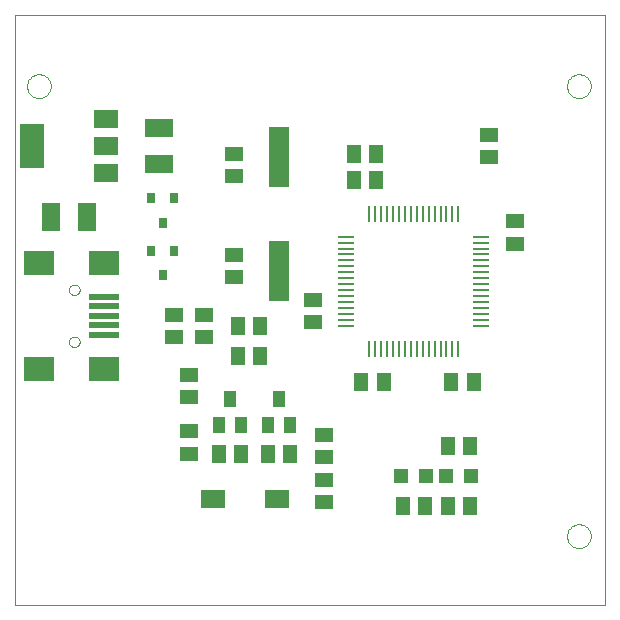
<source format=gtp>
G75*
G70*
%OFA0B0*%
%FSLAX24Y24*%
%IPPOS*%
%LPD*%
%AMOC8*
5,1,8,0,0,1.08239X$1,22.5*
%
%ADD10C,0.0000*%
%ADD11R,0.0790X0.0590*%
%ADD12R,0.0790X0.1500*%
%ADD13R,0.0984X0.0197*%
%ADD14R,0.0984X0.0787*%
%ADD15R,0.0591X0.0512*%
%ADD16R,0.0512X0.0591*%
%ADD17R,0.0630X0.0945*%
%ADD18R,0.0945X0.0630*%
%ADD19R,0.0472X0.0472*%
%ADD20R,0.0787X0.0630*%
%ADD21R,0.0580X0.0110*%
%ADD22R,0.0110X0.0580*%
%ADD23R,0.0315X0.0354*%
%ADD24R,0.0394X0.0551*%
%ADD25R,0.0700X0.2000*%
D10*
X001875Y000107D02*
X001875Y019792D01*
X021560Y019792D01*
X021560Y000107D01*
X001875Y000107D01*
X003681Y008886D02*
X003683Y008912D01*
X003689Y008938D01*
X003699Y008963D01*
X003712Y008986D01*
X003728Y009006D01*
X003748Y009024D01*
X003770Y009039D01*
X003793Y009051D01*
X003819Y009059D01*
X003845Y009063D01*
X003871Y009063D01*
X003897Y009059D01*
X003923Y009051D01*
X003947Y009039D01*
X003968Y009024D01*
X003988Y009006D01*
X004004Y008986D01*
X004017Y008963D01*
X004027Y008938D01*
X004033Y008912D01*
X004035Y008886D01*
X004033Y008860D01*
X004027Y008834D01*
X004017Y008809D01*
X004004Y008786D01*
X003988Y008766D01*
X003968Y008748D01*
X003946Y008733D01*
X003923Y008721D01*
X003897Y008713D01*
X003871Y008709D01*
X003845Y008709D01*
X003819Y008713D01*
X003793Y008721D01*
X003769Y008733D01*
X003748Y008748D01*
X003728Y008766D01*
X003712Y008786D01*
X003699Y008809D01*
X003689Y008834D01*
X003683Y008860D01*
X003681Y008886D01*
X003681Y010619D02*
X003683Y010645D01*
X003689Y010671D01*
X003699Y010696D01*
X003712Y010719D01*
X003728Y010739D01*
X003748Y010757D01*
X003770Y010772D01*
X003793Y010784D01*
X003819Y010792D01*
X003845Y010796D01*
X003871Y010796D01*
X003897Y010792D01*
X003923Y010784D01*
X003947Y010772D01*
X003968Y010757D01*
X003988Y010739D01*
X004004Y010719D01*
X004017Y010696D01*
X004027Y010671D01*
X004033Y010645D01*
X004035Y010619D01*
X004033Y010593D01*
X004027Y010567D01*
X004017Y010542D01*
X004004Y010519D01*
X003988Y010499D01*
X003968Y010481D01*
X003946Y010466D01*
X003923Y010454D01*
X003897Y010446D01*
X003871Y010442D01*
X003845Y010442D01*
X003819Y010446D01*
X003793Y010454D01*
X003769Y010466D01*
X003748Y010481D01*
X003728Y010499D01*
X003712Y010519D01*
X003699Y010542D01*
X003689Y010567D01*
X003683Y010593D01*
X003681Y010619D01*
X002284Y017410D02*
X002286Y017449D01*
X002292Y017488D01*
X002302Y017526D01*
X002315Y017563D01*
X002332Y017598D01*
X002352Y017632D01*
X002376Y017663D01*
X002403Y017692D01*
X002432Y017718D01*
X002464Y017741D01*
X002498Y017761D01*
X002534Y017777D01*
X002571Y017789D01*
X002610Y017798D01*
X002649Y017803D01*
X002688Y017804D01*
X002727Y017801D01*
X002766Y017794D01*
X002803Y017783D01*
X002840Y017769D01*
X002875Y017751D01*
X002908Y017730D01*
X002939Y017705D01*
X002967Y017678D01*
X002992Y017648D01*
X003014Y017615D01*
X003033Y017581D01*
X003048Y017545D01*
X003060Y017507D01*
X003068Y017469D01*
X003072Y017430D01*
X003072Y017390D01*
X003068Y017351D01*
X003060Y017313D01*
X003048Y017275D01*
X003033Y017239D01*
X003014Y017205D01*
X002992Y017172D01*
X002967Y017142D01*
X002939Y017115D01*
X002908Y017090D01*
X002875Y017069D01*
X002840Y017051D01*
X002803Y017037D01*
X002766Y017026D01*
X002727Y017019D01*
X002688Y017016D01*
X002649Y017017D01*
X002610Y017022D01*
X002571Y017031D01*
X002534Y017043D01*
X002498Y017059D01*
X002464Y017079D01*
X002432Y017102D01*
X002403Y017128D01*
X002376Y017157D01*
X002352Y017188D01*
X002332Y017222D01*
X002315Y017257D01*
X002302Y017294D01*
X002292Y017332D01*
X002286Y017371D01*
X002284Y017410D01*
X020284Y017410D02*
X020286Y017449D01*
X020292Y017488D01*
X020302Y017526D01*
X020315Y017563D01*
X020332Y017598D01*
X020352Y017632D01*
X020376Y017663D01*
X020403Y017692D01*
X020432Y017718D01*
X020464Y017741D01*
X020498Y017761D01*
X020534Y017777D01*
X020571Y017789D01*
X020610Y017798D01*
X020649Y017803D01*
X020688Y017804D01*
X020727Y017801D01*
X020766Y017794D01*
X020803Y017783D01*
X020840Y017769D01*
X020875Y017751D01*
X020908Y017730D01*
X020939Y017705D01*
X020967Y017678D01*
X020992Y017648D01*
X021014Y017615D01*
X021033Y017581D01*
X021048Y017545D01*
X021060Y017507D01*
X021068Y017469D01*
X021072Y017430D01*
X021072Y017390D01*
X021068Y017351D01*
X021060Y017313D01*
X021048Y017275D01*
X021033Y017239D01*
X021014Y017205D01*
X020992Y017172D01*
X020967Y017142D01*
X020939Y017115D01*
X020908Y017090D01*
X020875Y017069D01*
X020840Y017051D01*
X020803Y017037D01*
X020766Y017026D01*
X020727Y017019D01*
X020688Y017016D01*
X020649Y017017D01*
X020610Y017022D01*
X020571Y017031D01*
X020534Y017043D01*
X020498Y017059D01*
X020464Y017079D01*
X020432Y017102D01*
X020403Y017128D01*
X020376Y017157D01*
X020352Y017188D01*
X020332Y017222D01*
X020315Y017257D01*
X020302Y017294D01*
X020292Y017332D01*
X020286Y017371D01*
X020284Y017410D01*
X020284Y002410D02*
X020286Y002449D01*
X020292Y002488D01*
X020302Y002526D01*
X020315Y002563D01*
X020332Y002598D01*
X020352Y002632D01*
X020376Y002663D01*
X020403Y002692D01*
X020432Y002718D01*
X020464Y002741D01*
X020498Y002761D01*
X020534Y002777D01*
X020571Y002789D01*
X020610Y002798D01*
X020649Y002803D01*
X020688Y002804D01*
X020727Y002801D01*
X020766Y002794D01*
X020803Y002783D01*
X020840Y002769D01*
X020875Y002751D01*
X020908Y002730D01*
X020939Y002705D01*
X020967Y002678D01*
X020992Y002648D01*
X021014Y002615D01*
X021033Y002581D01*
X021048Y002545D01*
X021060Y002507D01*
X021068Y002469D01*
X021072Y002430D01*
X021072Y002390D01*
X021068Y002351D01*
X021060Y002313D01*
X021048Y002275D01*
X021033Y002239D01*
X021014Y002205D01*
X020992Y002172D01*
X020967Y002142D01*
X020939Y002115D01*
X020908Y002090D01*
X020875Y002069D01*
X020840Y002051D01*
X020803Y002037D01*
X020766Y002026D01*
X020727Y002019D01*
X020688Y002016D01*
X020649Y002017D01*
X020610Y002022D01*
X020571Y002031D01*
X020534Y002043D01*
X020498Y002059D01*
X020464Y002079D01*
X020432Y002102D01*
X020403Y002128D01*
X020376Y002157D01*
X020352Y002188D01*
X020332Y002222D01*
X020315Y002257D01*
X020302Y002294D01*
X020292Y002332D01*
X020286Y002371D01*
X020284Y002410D01*
D11*
X004918Y014520D03*
X004918Y015420D03*
X004918Y016320D03*
D12*
X002438Y015410D03*
D13*
X004843Y010382D03*
X004843Y010067D03*
X004843Y009753D03*
X004843Y009438D03*
X004843Y009123D03*
D14*
X004843Y007981D03*
X002677Y007981D03*
X002677Y011524D03*
X004843Y011524D03*
D15*
X007178Y009784D03*
X007178Y009036D03*
X008178Y009036D03*
X008178Y009784D03*
X009178Y011036D03*
X009178Y011784D03*
X011803Y010284D03*
X011803Y009536D03*
X012178Y005784D03*
X012178Y005036D03*
X012178Y004284D03*
X012178Y003536D03*
X007678Y005161D03*
X007678Y005909D03*
X007678Y007036D03*
X007678Y007784D03*
X009178Y014411D03*
X009178Y015159D03*
X017678Y015036D03*
X017678Y015784D03*
X018553Y012909D03*
X018553Y012161D03*
D16*
X013927Y014285D03*
X013179Y014285D03*
X013179Y015160D03*
X013927Y015160D03*
X010052Y009410D03*
X009304Y009410D03*
X009304Y008410D03*
X010052Y008410D03*
X013429Y007535D03*
X014177Y007535D03*
X016429Y007535D03*
X017177Y007535D03*
X017052Y005410D03*
X016304Y005410D03*
X016304Y003410D03*
X017052Y003410D03*
X015552Y003410D03*
X014804Y003410D03*
X011052Y005160D03*
X010304Y005160D03*
X009427Y005160D03*
X008679Y005160D03*
D17*
X004269Y013035D03*
X003088Y013035D03*
D18*
X006678Y014819D03*
X006678Y016001D03*
D19*
X014765Y004410D03*
X015592Y004410D03*
X016265Y004410D03*
X017092Y004410D03*
D20*
X010616Y003660D03*
X008490Y003660D03*
D21*
X012928Y009430D03*
X012928Y009630D03*
X012928Y009830D03*
X012928Y010020D03*
X012928Y010220D03*
X012928Y010420D03*
X012928Y010610D03*
X012928Y010810D03*
X012928Y011010D03*
X012928Y011210D03*
X012928Y011400D03*
X012928Y011600D03*
X012928Y011800D03*
X012928Y011990D03*
X012928Y012190D03*
X012928Y012390D03*
X017428Y012390D03*
X017428Y012190D03*
X017428Y011990D03*
X017428Y011800D03*
X017428Y011600D03*
X017428Y011400D03*
X017428Y011210D03*
X017428Y011010D03*
X017428Y010810D03*
X017428Y010610D03*
X017428Y010420D03*
X017428Y010220D03*
X017428Y010020D03*
X017428Y009830D03*
X017428Y009630D03*
X017428Y009430D03*
D22*
X016658Y008660D03*
X016458Y008660D03*
X016258Y008660D03*
X016068Y008660D03*
X015868Y008660D03*
X015668Y008660D03*
X015478Y008660D03*
X015278Y008660D03*
X015078Y008660D03*
X014878Y008660D03*
X014688Y008660D03*
X014488Y008660D03*
X014288Y008660D03*
X014098Y008660D03*
X013898Y008660D03*
X013698Y008660D03*
X013698Y013160D03*
X013898Y013160D03*
X014098Y013160D03*
X014288Y013160D03*
X014488Y013160D03*
X014688Y013160D03*
X014878Y013160D03*
X015078Y013160D03*
X015278Y013160D03*
X015478Y013160D03*
X015668Y013160D03*
X015868Y013160D03*
X016068Y013160D03*
X016258Y013160D03*
X016458Y013160D03*
X016658Y013160D03*
D23*
X007177Y013679D03*
X006429Y013679D03*
X006803Y012852D03*
X006429Y011929D03*
X007177Y011929D03*
X006803Y011102D03*
D24*
X009053Y006968D03*
X008679Y006102D03*
X009427Y006102D03*
X010304Y006102D03*
X011052Y006102D03*
X010678Y006968D03*
D25*
X010678Y011260D03*
X010678Y015060D03*
M02*

</source>
